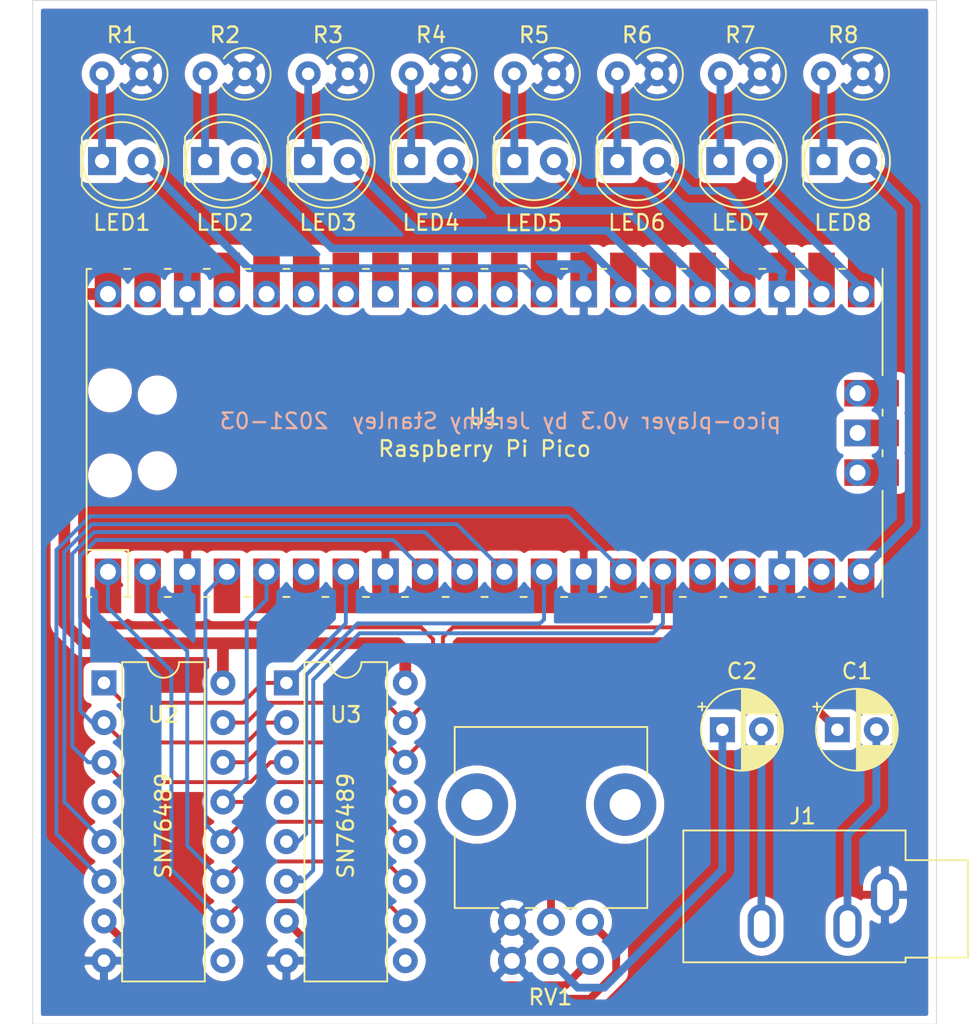
<source format=kicad_pcb>
(kicad_pcb (version 20171130) (host pcbnew "(5.1.9-0-10_14)")
  (layers (0 F.Cu signal) (31 B.Cu signal) (34 B.Paste user) (35 F.Paste user) (36 B.SilkS user) (37 F.SilkS user) (38 B.Mask user) (39 F.Mask user) (44 Edge.Cuts user))
  (net 0 "")
  (net 1 "Net-(C1-Pad1)")
  (net 2 "Net-(C1-Pad2)")
  (net 3 "Net-(C2-Pad2)")
  (net 4 "Net-(C2-Pad1)")
  (net 5 GND)
  (net 6 "Net-(U1-Pad17)")
  (net 7 "Net-(U1-Pad19)")
  (net 8 "Net-(U1-Pad30)")
  (net 9 "Net-(U1-Pad31)")
  (net 10 "Net-(U1-Pad32)")
  (net 11 "Net-(U1-Pad33)")
  (net 12 "Net-(U1-Pad34)")
  (net 13 "Net-(U1-Pad35)")
  (net 14 "Net-(U1-Pad36)")
  (net 15 "Net-(U1-Pad37)")
  (net 16 "Net-(U1-Pad39)")
  (net 17 VBUS)
  (net 18 "Net-(U1-Pad41)")
  (net 19 "Net-(U1-Pad42)")
  (net 20 "Net-(U1-Pad43)")
  (net 21 "Net-(U2-Pad9)")
  (net 22 "Net-(U2-Pad4)")
  (net 23 "Net-(U3-Pad4)")
  (net 24 "Net-(U3-Pad9)")
  (net 25 /led1)
  (net 26 "Net-(LED1-Pad1)")
  (net 27 "Net-(LED2-Pad1)")
  (net 28 /led2)
  (net 29 /led3)
  (net 30 "Net-(LED3-Pad1)")
  (net 31 "Net-(LED4-Pad1)")
  (net 32 /led4)
  (net 33 /led5)
  (net 34 "Net-(LED5-Pad1)")
  (net 35 "Net-(LED6-Pad1)")
  (net 36 /led6)
  (net 37 /led7)
  (net 38 "Net-(LED7-Pad1)")
  (net 39 "Net-(LED8-Pad1)")
  (net 40 /led8)
  (net 41 /d0)
  (net 42 /d1)
  (net 43 /d2)
  (net 44 /d3)
  (net 45 /d4)
  (net 46 /d5)
  (net 47 /d6)
  (net 48 /d7)
  (net 49 /we-1)
  (net 50 /we-2)
  (net 51 /oe-1)
  (net 52 /oe-2)
  (net 53 /clock)
  (net 54 "Net-(RV1-Pad4)")
  (net 55 "Net-(RV1-Pad1)")
  (module Connector_Audio:Jack_3.5mm_CUI_SJ1-3533NG_Horizontal (layer F.Cu) (at 162.814 122.7836 270)
    (fp_text reference J1 (at -5.0292 5.2832 180) (layer F.SilkS))
    (fp_text value AudioJack3)
    (pad R thru_hole oval (at 2 7.9 270) (size 2.8 1.8) (drill oval 2 1) (layers *.Cu *.Mask) (net 3 "Net-(C2-Pad2)"))
    (pad T thru_hole oval (at 2 2.4 270) (size 2.8 1.8) (drill oval 2 1) (layers *.Cu *.Mask) (net 2 "Net-(C1-Pad2)"))
    (pad S thru_hole oval (at 0 0 270) (size 2.8 1.8) (drill oval 2 1) (layers *.Cu *.Mask) (net 5 GND))
  )
  (module LED_THT:LED_D5.0mm_Clear (layer F.Cu) (at 112.649 75.819)
    (fp_text reference LED1 (at 1.27 3.937) (layer F.SilkS))
    (fp_text value LED)
    (pad 2 thru_hole circle (at 2.54 0) (size 1.8 1.8) (drill 0.9) (layers *.Cu *.Mask) (net 25 /led1))
    (pad 1 thru_hole rect (at 0 0) (size 1.8 1.8) (drill 0.9) (layers *.Cu *.Mask) (net 26 "Net-(LED1-Pad1)"))
  )
  (module RP:RPi_Pico_SMD_TH (layer F.Cu) (at 137.16 93.218 90)
    (fp_text reference U1 (at 1.016 0 180) (layer F.SilkS))
    (fp_text value Pico)
    (pad 1 thru_hole oval (at -8.89 -24.13 90) (size 1.7 1.7) (drill 1.02) (layers *.Cu *.Mask) (net 41 /d0))
    (pad 2 thru_hole oval (at -8.89 -21.59 90) (size 1.7 1.7) (drill 1.02) (layers *.Cu *.Mask) (net 42 /d1))
    (pad 3 thru_hole rect (at -8.89 -19.05 90) (size 1.7 1.7) (drill 1.02) (layers *.Cu *.Mask) (net 5 GND))
    (pad 4 thru_hole oval (at -8.89 -16.51 90) (size 1.7 1.7) (drill 1.02) (layers *.Cu *.Mask) (net 43 /d2))
    (pad 5 thru_hole oval (at -8.89 -13.97 90) (size 1.7 1.7) (drill 1.02) (layers *.Cu *.Mask) (net 44 /d3))
    (pad 6 thru_hole oval (at -8.89 -11.43 90) (size 1.7 1.7) (drill 1.02) (layers *.Cu *.Mask) (net 45 /d4))
    (pad 7 thru_hole oval (at -8.89 -8.89 90) (size 1.7 1.7) (drill 1.02) (layers *.Cu *.Mask) (net 46 /d5))
    (pad 8 thru_hole rect (at -8.89 -6.35 90) (size 1.7 1.7) (drill 1.02) (layers *.Cu *.Mask) (net 5 GND))
    (pad 9 thru_hole oval (at -8.89 -3.81 90) (size 1.7 1.7) (drill 1.02) (layers *.Cu *.Mask) (net 47 /d6))
    (pad 10 thru_hole oval (at -8.89 -1.27 90) (size 1.7 1.7) (drill 1.02) (layers *.Cu *.Mask) (net 48 /d7))
    (pad 11 thru_hole oval (at -8.89 1.27 90) (size 1.7 1.7) (drill 1.02) (layers *.Cu *.Mask) (net 49 /we-1))
    (pad 12 thru_hole oval (at -8.89 3.81 90) (size 1.7 1.7) (drill 1.02) (layers *.Cu *.Mask) (net 50 /we-2))
    (pad 13 thru_hole rect (at -8.89 6.35 90) (size 1.7 1.7) (drill 1.02) (layers *.Cu *.Mask) (net 5 GND))
    (pad 14 thru_hole oval (at -8.89 8.89 90) (size 1.7 1.7) (drill 1.02) (layers *.Cu *.Mask) (net 51 /oe-1))
    (pad 15 thru_hole oval (at -8.89 11.43 90) (size 1.7 1.7) (drill 1.02) (layers *.Cu *.Mask) (net 52 /oe-2))
    (pad 16 thru_hole oval (at -8.89 13.97 90) (size 1.7 1.7) (drill 1.02) (layers *.Cu *.Mask) (net 53 /clock))
    (pad 17 thru_hole oval (at -8.89 16.51 90) (size 1.7 1.7) (drill 1.02) (layers *.Cu *.Mask) (net 6 "Net-(U1-Pad17)"))
    (pad 18 thru_hole rect (at -8.89 19.05 90) (size 1.7 1.7) (drill 1.02) (layers *.Cu *.Mask) (net 5 GND))
    (pad 19 thru_hole oval (at -8.89 21.59 90) (size 1.7 1.7) (drill 1.02) (layers *.Cu *.Mask) (net 7 "Net-(U1-Pad19)"))
    (pad 20 thru_hole oval (at -8.89 24.13 90) (size 1.7 1.7) (drill 1.02) (layers *.Cu *.Mask) (net 40 /led8))
    (pad 21 thru_hole oval (at 8.89 24.13 90) (size 1.7 1.7) (drill 1.02) (layers *.Cu *.Mask) (net 37 /led7))
    (pad 22 thru_hole oval (at 8.89 21.59 90) (size 1.7 1.7) (drill 1.02) (layers *.Cu *.Mask) (net 36 /led6))
    (pad 23 thru_hole rect (at 8.89 19.05 90) (size 1.7 1.7) (drill 1.02) (layers *.Cu *.Mask) (net 5 GND))
    (pad 24 thru_hole oval (at 8.89 16.51 90) (size 1.7 1.7) (drill 1.02) (layers *.Cu *.Mask) (net 33 /led5))
    (pad 25 thru_hole oval (at 8.89 13.97 90) (size 1.7 1.7) (drill 1.02) (layers *.Cu *.Mask) (net 32 /led4))
    (pad 26 thru_hole oval (at 8.89 11.43 90) (size 1.7 1.7) (drill 1.02) (layers *.Cu *.Mask) (net 29 /led3))
    (pad 27 thru_hole oval (at 8.89 8.89 90) (size 1.7 1.7) (drill 1.02) (layers *.Cu *.Mask) (net 28 /led2))
    (pad 28 thru_hole rect (at 8.89 6.35 90) (size 1.7 1.7) (drill 1.02) (layers *.Cu *.Mask) (net 5 GND))
    (pad 29 thru_hole oval (at 8.89 3.81 90) (size 1.7 1.7) (drill 1.02) (layers *.Cu *.Mask) (net 25 /led1))
    (pad 30 thru_hole oval (at 8.89 1.27 90) (size 1.7 1.7) (drill 1.02) (layers *.Cu *.Mask) (net 8 "Net-(U1-Pad30)"))
    (pad 31 thru_hole oval (at 8.89 -1.27 90) (size 1.7 1.7) (drill 1.02) (layers *.Cu *.Mask) (net 9 "Net-(U1-Pad31)"))
    (pad 32 thru_hole oval (at 8.89 -3.81 90) (size 1.7 1.7) (drill 1.02) (layers *.Cu *.Mask) (net 10 "Net-(U1-Pad32)"))
    (pad 33 thru_hole rect (at 8.89 -6.35 90) (size 1.7 1.7) (drill 1.02) (layers *.Cu *.Mask) (net 11 "Net-(U1-Pad33)"))
    (pad 34 thru_hole oval (at 8.89 -8.89 90) (size 1.7 1.7) (drill 1.02) (layers *.Cu *.Mask) (net 12 "Net-(U1-Pad34)"))
    (pad 35 thru_hole oval (at 8.89 -11.43 90) (size 1.7 1.7) (drill 1.02) (layers *.Cu *.Mask) (net 13 "Net-(U1-Pad35)"))
    (pad 36 thru_hole oval (at 8.89 -13.97 90) (size 1.7 1.7) (drill 1.02) (layers *.Cu *.Mask) (net 14 "Net-(U1-Pad36)"))
    (pad 37 thru_hole oval (at 8.89 -16.51 90) (size 1.7 1.7) (drill 1.02) (layers *.Cu *.Mask) (net 15 "Net-(U1-Pad37)"))
    (pad 38 thru_hole rect (at 8.89 -19.05 90) (size 1.7 1.7) (drill 1.02) (layers *.Cu *.Mask) (net 5 GND))
    (pad 39 thru_hole oval (at 8.89 -21.59 90) (size 1.7 1.7) (drill 1.02) (layers *.Cu *.Mask) (net 16 "Net-(U1-Pad39)"))
    (pad 40 thru_hole oval (at 8.89 -24.13 90) (size 1.7 1.7) (drill 1.02) (layers *.Cu *.Mask) (net 17 VBUS))
    (pad 1 smd rect (at -8.89 -24.13 90) (size 3.5 1.7) (drill (offset -0.9 0)) (layers F.Cu F.Mask) (net 41 /d0))
    (pad 2 smd rect (at -8.89 -21.59 90) (size 3.5 1.7) (drill (offset -0.9 0)) (layers F.Cu F.Mask) (net 42 /d1))
    (pad 3 smd rect (at -8.89 -19.05 90) (size 3.5 1.7) (drill (offset -0.9 0)) (layers F.Cu F.Mask) (net 5 GND))
    (pad 4 smd rect (at -8.89 -16.51 90) (size 3.5 1.7) (drill (offset -0.9 0)) (layers F.Cu F.Mask) (net 43 /d2))
    (pad 5 smd rect (at -8.89 -13.97 90) (size 3.5 1.7) (drill (offset -0.9 0)) (layers F.Cu F.Mask) (net 44 /d3))
    (pad 6 smd rect (at -8.89 -11.43 90) (size 3.5 1.7) (drill (offset -0.9 0)) (layers F.Cu F.Mask) (net 45 /d4))
    (pad 7 smd rect (at -8.89 -8.89 90) (size 3.5 1.7) (drill (offset -0.9 0)) (layers F.Cu F.Mask) (net 46 /d5))
    (pad 8 smd rect (at -8.89 -6.35 90) (size 3.5 1.7) (drill (offset -0.9 0)) (layers F.Cu F.Mask) (net 5 GND))
    (pad 9 smd rect (at -8.89 -3.81 90) (size 3.5 1.7) (drill (offset -0.9 0)) (layers F.Cu F.Mask) (net 47 /d6))
    (pad 10 smd rect (at -8.89 -1.27 90) (size 3.5 1.7) (drill (offset -0.9 0)) (layers F.Cu F.Mask) (net 48 /d7))
    (pad 11 smd rect (at -8.89 1.27 90) (size 3.5 1.7) (drill (offset -0.9 0)) (layers F.Cu F.Mask) (net 49 /we-1))
    (pad 12 smd rect (at -8.89 3.81 90) (size 3.5 1.7) (drill (offset -0.9 0)) (layers F.Cu F.Mask) (net 50 /we-2))
    (pad 13 smd rect (at -8.89 6.35 90) (size 3.5 1.7) (drill (offset -0.9 0)) (layers F.Cu F.Mask) (net 5 GND))
    (pad 14 smd rect (at -8.89 8.89 90) (size 3.5 1.7) (drill (offset -0.9 0)) (layers F.Cu F.Mask) (net 51 /oe-1))
    (pad 15 smd rect (at -8.89 11.43 90) (size 3.5 1.7) (drill (offset -0.9 0)) (layers F.Cu F.Mask) (net 52 /oe-2))
    (pad 16 smd rect (at -8.89 13.97 90) (size 3.5 1.7) (drill (offset -0.9 0)) (layers F.Cu F.Mask) (net 53 /clock))
    (pad 17 smd rect (at -8.89 16.51 90) (size 3.5 1.7) (drill (offset -0.9 0)) (layers F.Cu F.Mask) (net 6 "Net-(U1-Pad17)"))
    (pad 18 smd rect (at -8.89 19.05 90) (size 3.5 1.7) (drill (offset -0.9 0)) (layers F.Cu F.Mask) (net 5 GND))
    (pad 19 smd rect (at -8.89 21.59 90) (size 3.5 1.7) (drill (offset -0.9 0)) (layers F.Cu F.Mask) (net 7 "Net-(U1-Pad19)"))
    (pad 20 smd rect (at -8.89 24.13 90) (size 3.5 1.7) (drill (offset -0.9 0)) (layers F.Cu F.Mask) (net 40 /led8))
    (pad 40 smd rect (at 8.89 -24.13 90) (size 3.5 1.7) (drill (offset 0.9 0)) (layers F.Cu F.Mask) (net 17 VBUS))
    (pad 39 smd rect (at 8.89 -21.59 90) (size 3.5 1.7) (drill (offset 0.9 0)) (layers F.Cu F.Mask) (net 16 "Net-(U1-Pad39)"))
    (pad 38 smd rect (at 8.89 -19.05 90) (size 3.5 1.7) (drill (offset 0.9 0)) (layers F.Cu F.Mask) (net 5 GND))
    (pad 37 smd rect (at 8.89 -16.51 90) (size 3.5 1.7) (drill (offset 0.9 0)) (layers F.Cu F.Mask) (net 15 "Net-(U1-Pad37)"))
    (pad 36 smd rect (at 8.89 -13.97 90) (size 3.5 1.7) (drill (offset 0.9 0)) (layers F.Cu F.Mask) (net 14 "Net-(U1-Pad36)"))
    (pad 35 smd rect (at 8.89 -11.43 90) (size 3.5 1.7) (drill (offset 0.9 0)) (layers F.Cu F.Mask) (net 13 "Net-(U1-Pad35)"))
    (pad 34 smd rect (at 8.89 -8.89 90) (size 3.5 1.7) (drill (offset 0.9 0)) (layers F.Cu F.Mask) (net 12 "Net-(U1-Pad34)"))
    (pad 33 smd rect (at 8.89 -6.35 90) (size 3.5 1.7) (drill (offset 0.9 0)) (layers F.Cu F.Mask) (net 11 "Net-(U1-Pad33)"))
    (pad 32 smd rect (at 8.89 -3.81 90) (size 3.5 1.7) (drill (offset 0.9 0)) (layers F.Cu F.Mask) (net 10 "Net-(U1-Pad32)"))
    (pad 31 smd rect (at 8.89 -1.27 90) (size 3.5 1.7) (drill (offset 0.9 0)) (layers F.Cu F.Mask) (net 9 "Net-(U1-Pad31)"))
    (pad 30 smd rect (at 8.89 1.27 90) (size 3.5 1.7) (drill (offset 0.9 0)) (layers F.Cu F.Mask) (net 8 "Net-(U1-Pad30)"))
    (pad 29 smd rect (at 8.89 3.81 90) (size 3.5 1.7) (drill (offset 0.9 0)) (layers F.Cu F.Mask) (net 25 /led1))
    (pad 28 smd rect (at 8.89 6.35 90) (size 3.5 1.7) (drill (offset 0.9 0)) (layers F.Cu F.Mask) (net 5 GND))
    (pad 27 smd rect (at 8.89 8.89 90) (size 3.5 1.7) (drill (offset 0.9 0)) (layers F.Cu F.Mask) (net 28 /led2))
    (pad 26 smd rect (at 8.89 11.43 90) (size 3.5 1.7) (drill (offset 0.9 0)) (layers F.Cu F.Mask) (net 29 /led3))
    (pad 25 smd rect (at 8.89 13.97 90) (size 3.5 1.7) (drill (offset 0.9 0)) (layers F.Cu F.Mask) (net 32 /led4))
    (pad 24 smd rect (at 8.89 16.51 90) (size 3.5 1.7) (drill (offset 0.9 0)) (layers F.Cu F.Mask) (net 33 /led5))
    (pad 23 smd rect (at 8.89 19.05 90) (size 3.5 1.7) (drill (offset 0.9 0)) (layers F.Cu F.Mask) (net 5 GND))
    (pad 22 smd rect (at 8.89 21.59 90) (size 3.5 1.7) (drill (offset 0.9 0)) (layers F.Cu F.Mask) (net 36 /led6))
    (pad 21 smd rect (at 8.89 24.13 90) (size 3.5 1.7) (drill (offset 0.9 0)) (layers F.Cu F.Mask) (net 37 /led7))
    (pad "" np_thru_hole oval (at -2.725 -24 90) (size 1.8 1.8) (drill 1.8) (layers *.Cu *.Mask))
    (pad "" np_thru_hole oval (at 2.725 -24 90) (size 1.8 1.8) (drill 1.8) (layers *.Cu *.Mask))
    (pad "" np_thru_hole oval (at -2.425 -20.97 90) (size 1.5 1.5) (drill 1.5) (layers *.Cu *.Mask))
    (pad "" np_thru_hole oval (at 2.425 -20.97 90) (size 1.5 1.5) (drill 1.5) (layers *.Cu *.Mask))
    (pad 41 smd rect (at -2.54 23.9 180) (size 3.5 1.7) (drill (offset -0.9 0)) (layers F.Cu F.Mask) (net 18 "Net-(U1-Pad41)"))
    (pad 41 thru_hole oval (at -2.54 23.9 90) (size 1.7 1.7) (drill 1.02) (layers *.Cu *.Mask) (net 18 "Net-(U1-Pad41)"))
    (pad 42 smd rect (at 0 23.9 180) (size 3.5 1.7) (drill (offset -0.9 0)) (layers F.Cu F.Mask) (net 19 "Net-(U1-Pad42)"))
    (pad 42 thru_hole rect (at 0 23.9 90) (size 1.7 1.7) (drill 1.02) (layers *.Cu *.Mask) (net 19 "Net-(U1-Pad42)"))
    (pad 43 smd rect (at 2.54 23.9 180) (size 3.5 1.7) (drill (offset -0.9 0)) (layers F.Cu F.Mask) (net 20 "Net-(U1-Pad43)"))
    (pad 43 thru_hole oval (at 2.54 23.9 90) (size 1.7 1.7) (drill 1.02) (layers *.Cu *.Mask) (net 20 "Net-(U1-Pad43)"))
  )
  (module LED_THT:LED_D5.0mm_Clear (layer F.Cu) (at 145.669 75.819)
    (fp_text reference LED6 (at 1.2446 3.937) (layer F.SilkS))
    (fp_text value LED)
    (pad 1 thru_hole rect (at 0 0) (size 1.8 1.8) (drill 0.9) (layers *.Cu *.Mask) (net 35 "Net-(LED6-Pad1)"))
    (pad 2 thru_hole circle (at 2.54 0) (size 1.8 1.8) (drill 0.9) (layers *.Cu *.Mask) (net 36 /led6))
  )
  (module Package_DIP:DIP-16_W7.62mm (layer F.Cu) (at 124.46 109.22)
    (fp_text reference U3 (at 3.81 2.032) (layer F.SilkS))
    (fp_text value SN76489)
    (pad 16 thru_hole oval (at 7.62 0) (size 1.6 1.6) (drill 0.8) (layers *.Cu *.Mask) (net 17 VBUS))
    (pad 8 thru_hole oval (at 0 17.78) (size 1.6 1.6) (drill 0.8) (layers *.Cu *.Mask) (net 5 GND))
    (pad 15 thru_hole oval (at 7.62 2.54) (size 1.6 1.6) (drill 0.8) (layers *.Cu *.Mask) (net 45 /d4))
    (pad 7 thru_hole oval (at 0 15.24) (size 1.6 1.6) (drill 0.8) (layers *.Cu *.Mask) (net 54 "Net-(RV1-Pad4)"))
    (pad 14 thru_hole oval (at 7.62 5.08) (size 1.6 1.6) (drill 0.8) (layers *.Cu *.Mask) (net 53 /clock))
    (pad 6 thru_hole oval (at 0 12.7) (size 1.6 1.6) (drill 0.8) (layers *.Cu *.Mask) (net 52 /oe-2))
    (pad 13 thru_hole oval (at 7.62 7.62) (size 1.6 1.6) (drill 0.8) (layers *.Cu *.Mask) (net 44 /d3))
    (pad 5 thru_hole oval (at 0 10.16) (size 1.6 1.6) (drill 0.8) (layers *.Cu *.Mask) (net 50 /we-2))
    (pad 12 thru_hole oval (at 7.62 10.16) (size 1.6 1.6) (drill 0.8) (layers *.Cu *.Mask) (net 43 /d2))
    (pad 4 thru_hole oval (at 0 7.62) (size 1.6 1.6) (drill 0.8) (layers *.Cu *.Mask) (net 23 "Net-(U3-Pad4)"))
    (pad 11 thru_hole oval (at 7.62 12.7) (size 1.6 1.6) (drill 0.8) (layers *.Cu *.Mask) (net 42 /d1))
    (pad 3 thru_hole oval (at 0 5.08) (size 1.6 1.6) (drill 0.8) (layers *.Cu *.Mask) (net 48 /d7))
    (pad 10 thru_hole oval (at 7.62 15.24) (size 1.6 1.6) (drill 0.8) (layers *.Cu *.Mask) (net 41 /d0))
    (pad 2 thru_hole oval (at 0 2.54) (size 1.6 1.6) (drill 0.8) (layers *.Cu *.Mask) (net 47 /d6))
    (pad 9 thru_hole oval (at 7.62 17.78) (size 1.6 1.6) (drill 0.8) (layers *.Cu *.Mask) (net 24 "Net-(U3-Pad9)"))
    (pad 1 thru_hole rect (at 0 0) (size 1.6 1.6) (drill 0.8) (layers *.Cu *.Mask) (net 46 /d5))
  )
  (module Capacitor_THT:CP_Radial_D5.0mm_P2.50mm (layer F.Cu) (at 152.4 112.2172)
    (fp_text reference C2 (at 1.25 -3.75) (layer F.SilkS))
    (fp_text value CP)
    (pad 2 thru_hole circle (at 2.5 0) (size 1.6 1.6) (drill 0.8) (layers *.Cu *.Mask) (net 3 "Net-(C2-Pad2)"))
    (pad 1 thru_hole rect (at 0 0) (size 1.6 1.6) (drill 0.8) (layers *.Cu *.Mask) (net 4 "Net-(C2-Pad1)"))
  )
  (module Potentiometer_THT:Potentiometer_Alps_RK09L_Double_Vertical (layer F.Cu) (at 143.9164 124.5108 90)
    (fp_text reference RV1 (at -4.826 -2.54 180) (layer F.SilkS))
    (fp_text value R_POT_Dual)
    (pad "" np_thru_hole circle (at 7.5 2.25 90) (size 4 4) (drill 2) (layers *.Cu *.Mask))
    (pad "" np_thru_hole circle (at 7.5 -7.25 90) (size 4 4) (drill 2) (layers *.Cu *.Mask))
    (pad 4 thru_hole circle (at -2.5 0 90) (size 1.8 1.8) (drill 1) (layers *.Cu *.Mask) (net 54 "Net-(RV1-Pad4)"))
    (pad 5 thru_hole circle (at -2.5 -2.5 90) (size 1.8 1.8) (drill 1) (layers *.Cu *.Mask) (net 4 "Net-(C2-Pad1)"))
    (pad 6 thru_hole circle (at -2.5 -5 90) (size 1.8 1.8) (drill 1) (layers *.Cu *.Mask) (net 5 GND))
    (pad 1 thru_hole circle (at 0 0 90) (size 1.8 1.8) (drill 1) (layers *.Cu *.Mask) (net 55 "Net-(RV1-Pad1)"))
    (pad 2 thru_hole circle (at 0 -2.5 90) (size 1.8 1.8) (drill 1) (layers *.Cu *.Mask) (net 1 "Net-(C1-Pad1)"))
    (pad 3 thru_hole circle (at 0 -5 90) (size 1.8 1.8) (drill 1) (layers *.Cu *.Mask) (net 5 GND))
  )
  (module Capacitor_THT:CP_Radial_D5.0mm_P2.50mm (layer F.Cu) (at 159.766 112.2172)
    (fp_text reference C1 (at 1.25 -3.75) (layer F.SilkS))
    (fp_text value CP)
    (pad 2 thru_hole circle (at 2.5 0) (size 1.6 1.6) (drill 0.8) (layers *.Cu *.Mask) (net 2 "Net-(C1-Pad2)"))
    (pad 1 thru_hole rect (at 0 0) (size 1.6 1.6) (drill 0.8) (layers *.Cu *.Mask) (net 1 "Net-(C1-Pad1)"))
  )
  (module LED_THT:LED_D5.0mm_Clear (layer F.Cu) (at 119.253 75.819)
    (fp_text reference LED2 (at 1.27 3.937) (layer F.SilkS))
    (fp_text value LED)
    (pad 1 thru_hole rect (at 0 0) (size 1.8 1.8) (drill 0.9) (layers *.Cu *.Mask) (net 27 "Net-(LED2-Pad1)"))
    (pad 2 thru_hole circle (at 2.54 0) (size 1.8 1.8) (drill 0.9) (layers *.Cu *.Mask) (net 28 /led2))
  )
  (module LED_THT:LED_D5.0mm_Clear (layer F.Cu) (at 125.857 75.819)
    (fp_text reference LED3 (at 1.27 3.937) (layer F.SilkS))
    (fp_text value LED)
    (pad 2 thru_hole circle (at 2.54 0) (size 1.8 1.8) (drill 0.9) (layers *.Cu *.Mask) (net 29 /led3))
    (pad 1 thru_hole rect (at 0 0) (size 1.8 1.8) (drill 0.9) (layers *.Cu *.Mask) (net 30 "Net-(LED3-Pad1)"))
  )
  (module LED_THT:LED_D5.0mm_Clear (layer F.Cu) (at 132.461 75.819)
    (fp_text reference LED4 (at 1.27 3.937) (layer F.SilkS))
    (fp_text value LED)
    (pad 1 thru_hole rect (at 0 0) (size 1.8 1.8) (drill 0.9) (layers *.Cu *.Mask) (net 31 "Net-(LED4-Pad1)"))
    (pad 2 thru_hole circle (at 2.54 0) (size 1.8 1.8) (drill 0.9) (layers *.Cu *.Mask) (net 32 /led4))
  )
  (module LED_THT:LED_D5.0mm_Clear (layer F.Cu) (at 139.065 75.819)
    (fp_text reference LED5 (at 1.2446 3.9624) (layer F.SilkS))
    (fp_text value LED)
    (pad 2 thru_hole circle (at 2.54 0) (size 1.8 1.8) (drill 0.9) (layers *.Cu *.Mask) (net 33 /led5))
    (pad 1 thru_hole rect (at 0 0) (size 1.8 1.8) (drill 0.9) (layers *.Cu *.Mask) (net 34 "Net-(LED5-Pad1)"))
  )
  (module LED_THT:LED_D5.0mm_Clear (layer F.Cu) (at 152.273 75.819)
    (fp_text reference LED7 (at 1.27 3.937) (layer F.SilkS))
    (fp_text value LED)
    (pad 2 thru_hole circle (at 2.54 0) (size 1.8 1.8) (drill 0.9) (layers *.Cu *.Mask) (net 37 /led7))
    (pad 1 thru_hole rect (at 0 0) (size 1.8 1.8) (drill 0.9) (layers *.Cu *.Mask) (net 38 "Net-(LED7-Pad1)"))
  )
  (module LED_THT:LED_D5.0mm_Clear (layer F.Cu) (at 158.877 75.819)
    (fp_text reference LED8 (at 1.2446 3.937) (layer F.SilkS))
    (fp_text value LED)
    (pad 1 thru_hole rect (at 0 0) (size 1.8 1.8) (drill 0.9) (layers *.Cu *.Mask) (net 39 "Net-(LED8-Pad1)"))
    (pad 2 thru_hole circle (at 2.54 0) (size 1.8 1.8) (drill 0.9) (layers *.Cu *.Mask) (net 40 /led8))
  )
  (module Resistor_THT:R_Axial_DIN0309_L9.0mm_D3.2mm_P2.54mm_Vertical (layer F.Cu) (at 115.189 70.231 180)
    (fp_text reference R1 (at 1.27 2.487) (layer F.SilkS))
    (fp_text value R)
    (pad 1 thru_hole circle (at 0 0 180) (size 1.6 1.6) (drill 0.8) (layers *.Cu *.Mask) (net 5 GND))
    (pad 2 thru_hole oval (at 2.54 0 180) (size 1.6 1.6) (drill 0.8) (layers *.Cu *.Mask) (net 26 "Net-(LED1-Pad1)"))
  )
  (module Resistor_THT:R_Axial_DIN0309_L9.0mm_D3.2mm_P2.54mm_Vertical (layer F.Cu) (at 121.793 70.231 180)
    (fp_text reference R2 (at 1.27 2.487) (layer F.SilkS))
    (fp_text value R)
    (pad 2 thru_hole oval (at 2.54 0 180) (size 1.6 1.6) (drill 0.8) (layers *.Cu *.Mask) (net 27 "Net-(LED2-Pad1)"))
    (pad 1 thru_hole circle (at 0 0 180) (size 1.6 1.6) (drill 0.8) (layers *.Cu *.Mask) (net 5 GND))
  )
  (module Resistor_THT:R_Axial_DIN0309_L9.0mm_D3.2mm_P2.54mm_Vertical (layer F.Cu) (at 128.397 70.231 180)
    (fp_text reference R3 (at 1.27 2.487) (layer F.SilkS))
    (fp_text value R)
    (pad 1 thru_hole circle (at 0 0 180) (size 1.6 1.6) (drill 0.8) (layers *.Cu *.Mask) (net 5 GND))
    (pad 2 thru_hole oval (at 2.54 0 180) (size 1.6 1.6) (drill 0.8) (layers *.Cu *.Mask) (net 30 "Net-(LED3-Pad1)"))
  )
  (module Resistor_THT:R_Axial_DIN0309_L9.0mm_D3.2mm_P2.54mm_Vertical (layer F.Cu) (at 135.001 70.231 180)
    (fp_text reference R4 (at 1.27 2.487) (layer F.SilkS))
    (fp_text value R)
    (pad 2 thru_hole oval (at 2.54 0 180) (size 1.6 1.6) (drill 0.8) (layers *.Cu *.Mask) (net 31 "Net-(LED4-Pad1)"))
    (pad 1 thru_hole circle (at 0 0 180) (size 1.6 1.6) (drill 0.8) (layers *.Cu *.Mask) (net 5 GND))
  )
  (module Resistor_THT:R_Axial_DIN0309_L9.0mm_D3.2mm_P2.54mm_Vertical (layer F.Cu) (at 141.605 70.231 180)
    (fp_text reference R5 (at 1.27 2.487) (layer F.SilkS))
    (fp_text value R)
    (pad 1 thru_hole circle (at 0 0 180) (size 1.6 1.6) (drill 0.8) (layers *.Cu *.Mask) (net 5 GND))
    (pad 2 thru_hole oval (at 2.54 0 180) (size 1.6 1.6) (drill 0.8) (layers *.Cu *.Mask) (net 34 "Net-(LED5-Pad1)"))
  )
  (module Resistor_THT:R_Axial_DIN0309_L9.0mm_D3.2mm_P2.54mm_Vertical (layer F.Cu) (at 148.209 70.231 180)
    (fp_text reference R6 (at 1.27 2.487) (layer F.SilkS))
    (fp_text value R)
    (pad 2 thru_hole oval (at 2.54 0 180) (size 1.6 1.6) (drill 0.8) (layers *.Cu *.Mask) (net 35 "Net-(LED6-Pad1)"))
    (pad 1 thru_hole circle (at 0 0 180) (size 1.6 1.6) (drill 0.8) (layers *.Cu *.Mask) (net 5 GND))
  )
  (module Resistor_THT:R_Axial_DIN0309_L9.0mm_D3.2mm_P2.54mm_Vertical (layer F.Cu) (at 154.813 70.231 180)
    (fp_text reference R7 (at 1.27 2.487) (layer F.SilkS))
    (fp_text value R)
    (pad 1 thru_hole circle (at 0 0 180) (size 1.6 1.6) (drill 0.8) (layers *.Cu *.Mask) (net 5 GND))
    (pad 2 thru_hole oval (at 2.54 0 180) (size 1.6 1.6) (drill 0.8) (layers *.Cu *.Mask) (net 38 "Net-(LED7-Pad1)"))
  )
  (module Resistor_THT:R_Axial_DIN0309_L9.0mm_D3.2mm_P2.54mm_Vertical (layer F.Cu) (at 161.417 70.231 180)
    (fp_text reference R8 (at 1.27 2.487) (layer F.SilkS))
    (fp_text value R)
    (pad 2 thru_hole oval (at 2.54 0 180) (size 1.6 1.6) (drill 0.8) (layers *.Cu *.Mask) (net 39 "Net-(LED8-Pad1)"))
    (pad 1 thru_hole circle (at 0 0 180) (size 1.6 1.6) (drill 0.8) (layers *.Cu *.Mask) (net 5 GND))
  )
  (module Package_DIP:DIP-16_W7.62mm (layer F.Cu) (at 112.776 109.22)
    (fp_text reference U2 (at 3.81 2.032) (layer F.SilkS))
    (fp_text value SN76489)
    (pad 1 thru_hole rect (at 0 0) (size 1.6 1.6) (drill 0.8) (layers *.Cu *.Mask) (net 46 /d5))
    (pad 9 thru_hole oval (at 7.62 17.78) (size 1.6 1.6) (drill 0.8) (layers *.Cu *.Mask) (net 21 "Net-(U2-Pad9)"))
    (pad 2 thru_hole oval (at 0 2.54) (size 1.6 1.6) (drill 0.8) (layers *.Cu *.Mask) (net 47 /d6))
    (pad 10 thru_hole oval (at 7.62 15.24) (size 1.6 1.6) (drill 0.8) (layers *.Cu *.Mask) (net 41 /d0))
    (pad 3 thru_hole oval (at 0 5.08) (size 1.6 1.6) (drill 0.8) (layers *.Cu *.Mask) (net 48 /d7))
    (pad 11 thru_hole oval (at 7.62 12.7) (size 1.6 1.6) (drill 0.8) (layers *.Cu *.Mask) (net 42 /d1))
    (pad 4 thru_hole oval (at 0 7.62) (size 1.6 1.6) (drill 0.8) (layers *.Cu *.Mask) (net 22 "Net-(U2-Pad4)"))
    (pad 12 thru_hole oval (at 7.62 10.16) (size 1.6 1.6) (drill 0.8) (layers *.Cu *.Mask) (net 43 /d2))
    (pad 5 thru_hole oval (at 0 10.16) (size 1.6 1.6) (drill 0.8) (layers *.Cu *.Mask) (net 49 /we-1))
    (pad 13 thru_hole oval (at 7.62 7.62) (size 1.6 1.6) (drill 0.8) (layers *.Cu *.Mask) (net 44 /d3))
    (pad 6 thru_hole oval (at 0 12.7) (size 1.6 1.6) (drill 0.8) (layers *.Cu *.Mask) (net 51 /oe-1))
    (pad 14 thru_hole oval (at 7.62 5.08) (size 1.6 1.6) (drill 0.8) (layers *.Cu *.Mask) (net 53 /clock))
    (pad 7 thru_hole oval (at 0 15.24) (size 1.6 1.6) (drill 0.8) (layers *.Cu *.Mask) (net 55 "Net-(RV1-Pad1)"))
    (pad 15 thru_hole oval (at 7.62 2.54) (size 1.6 1.6) (drill 0.8) (layers *.Cu *.Mask) (net 45 /d4))
    (pad 8 thru_hole oval (at 0 17.78) (size 1.6 1.6) (drill 0.8) (layers *.Cu *.Mask) (net 5 GND))
    (pad 16 thru_hole oval (at 7.62 0) (size 1.6 1.6) (drill 0.8) (layers *.Cu *.Mask) (net 17 VBUS))
  )
  (gr_line (start 166.116 65.532) (end 108.204 65.532) (layer Edge.Cuts) (width 0.05))
  (gr_line (start 166.116 131.064) (end 166.116 65.532) (layer Edge.Cuts) (width 0.05))
  (gr_line (start 108.204 131.064) (end 166.116 131.064) (layer Edge.Cuts) (width 0.05))
  (gr_line (start 108.204 65.532) (end 108.204 131.064) (layer Edge.Cuts) (width 0.05))
  (gr_text SN76489 (at 128.27 118.364 90) (layer F.SilkS) (effects (font (size 1 1))))
  (gr_text SN76489 (at 116.586 118.364 90) (layer F.SilkS) (effects (font (size 1 1))))
  (gr_text "Raspberry Pi Pico" (at 137.16 94.234) (layer F.SilkS) (effects (font (size 1 1))))
  (gr_text "pico-player v0.3 by Jeremy Stanley  2021-03" (at 138.176 92.456) (layer B.SilkS) (effects (font (size 1 1)) (justify mirror)))
  (segment (start 156.718 109.1692) (end 159.766 112.2172) (width 0.5) (layer F.Cu) (net 1))
  (segment (start 149.6568 109.1692) (end 156.718 109.1692) (width 0.5) (layer F.Cu) (net 1))
  (segment (start 141.4164 117.4096) (end 149.6568 109.1692) (width 0.5) (layer F.Cu) (net 1))
  (segment (start 141.4164 124.5108) (end 141.4164 117.4096) (width 0.5) (layer F.Cu) (net 1))
  (segment (start 162.266 117.0832) (end 160.414 118.9352) (width 0.5) (layer B.Cu) (net 2))
  (segment (start 160.414 118.9352) (end 160.414 124.7836) (width 0.5) (layer B.Cu) (net 2))
  (segment (start 162.266 112.2172) (end 162.266 117.0832) (width 0.5) (layer B.Cu) (net 2))
  (segment (start 154.9 124.7696) (end 154.914 124.7836) (width 0.5) (layer B.Cu) (net 3))
  (segment (start 154.9 112.2172) (end 154.9 124.7696) (width 0.5) (layer B.Cu) (net 3))
  (segment (start 144.8308 128.7272) (end 152.4 121.158) (width 0.5) (layer B.Cu) (net 4))
  (segment (start 143.1328 128.7272) (end 144.8308 128.7272) (width 0.5) (layer B.Cu) (net 4))
  (segment (start 152.4 121.158) (end 152.4 112.2172) (width 0.5) (layer B.Cu) (net 4))
  (segment (start 141.4164 127.0108) (end 143.1328 128.7272) (width 0.5) (layer B.Cu) (net 4))
  (segment (start 120.396 106.934) (end 120.65 106.68) (width 0.75) (layer F.Cu) (net 17))
  (segment (start 120.396 109.22) (end 120.396 106.934) (width 0.75) (layer F.Cu) (net 17))
  (segment (start 132.08 107.188) (end 132.08 109.22) (width 0.75) (layer F.Cu) (net 17))
  (segment (start 131.572 106.68) (end 132.08 107.188) (width 0.75) (layer F.Cu) (net 17))
  (segment (start 120.65 106.68) (end 131.572 106.68) (width 0.75) (layer F.Cu) (net 17))
  (segment (start 110.236 105.41) (end 110.236 85.598) (width 0.75) (layer F.Cu) (net 17))
  (segment (start 110.236 85.598) (end 111.506 84.328) (width 0.75) (layer F.Cu) (net 17))
  (segment (start 111.506 106.68) (end 110.236 105.41) (width 0.75) (layer F.Cu) (net 17))
  (segment (start 111.506 84.328) (end 113.03 84.328) (width 0.75) (layer F.Cu) (net 17))
  (segment (start 120.65 106.68) (end 111.506 106.68) (width 0.75) (layer F.Cu) (net 17))
  (segment (start 122.047 82.677) (end 116.088999 76.718999) (width 0.5) (layer B.Cu) (net 25))
  (segment (start 139.7 82.677) (end 122.047 82.677) (width 0.5) (layer B.Cu) (net 25))
  (segment (start 116.088999 76.718999) (end 115.189 75.819) (width 0.5) (layer B.Cu) (net 25))
  (segment (start 140.97 83.947) (end 139.7 82.677) (width 0.5) (layer B.Cu) (net 25))
  (segment (start 140.97 84.328) (end 140.97 83.947) (width 0.5) (layer B.Cu) (net 25))
  (segment (start 112.649 70.231) (end 112.649 75.819) (width 0.5) (layer B.Cu) (net 26))
  (segment (start 119.253 70.231) (end 119.253 75.819) (width 0.5) (layer B.Cu) (net 27))
  (segment (start 127.381 81.407) (end 123.698 77.724) (width 0.5) (layer B.Cu) (net 28))
  (segment (start 143.764 81.407) (end 127.381 81.407) (width 0.5) (layer B.Cu) (net 28))
  (segment (start 123.698 77.724) (end 121.793 75.819) (width 0.5) (layer B.Cu) (net 28))
  (segment (start 146.05 83.693) (end 143.764 81.407) (width 0.5) (layer B.Cu) (net 28))
  (segment (start 146.05 84.328) (end 146.05 83.693) (width 0.5) (layer B.Cu) (net 28))
  (segment (start 145.034 80.264) (end 132.842 80.264) (width 0.5) (layer B.Cu) (net 29))
  (segment (start 148.59 83.82) (end 145.034 80.264) (width 0.5) (layer B.Cu) (net 29))
  (segment (start 132.842 80.264) (end 128.397 75.819) (width 0.5) (layer B.Cu) (net 29))
  (segment (start 148.59 84.328) (end 148.59 83.82) (width 0.5) (layer B.Cu) (net 29))
  (segment (start 125.857 70.231) (end 125.857 75.819) (width 0.5) (layer B.Cu) (net 30))
  (segment (start 132.461 70.231) (end 132.461 75.819) (width 0.5) (layer B.Cu) (net 31))
  (segment (start 151.13 84.328) (end 151.13 82.557998) (width 0.5) (layer F.Cu) (net 32))
  (segment (start 135.001 75.946) (end 135.001 75.819) (width 0.5) (layer B.Cu) (net 32))
  (segment (start 138.049 78.994) (end 135.001 75.946) (width 0.5) (layer B.Cu) (net 32))
  (segment (start 146.304 78.994) (end 138.049 78.994) (width 0.5) (layer B.Cu) (net 32))
  (segment (start 151.13 83.82) (end 146.304 78.994) (width 0.5) (layer B.Cu) (net 32))
  (segment (start 151.13 84.328) (end 151.13 83.82) (width 0.5) (layer B.Cu) (net 32))
  (segment (start 153.67 84.328) (end 153.67 82.557998) (width 0.5) (layer F.Cu) (net 33))
  (segment (start 141.605 75.946) (end 141.605 75.819) (width 0.5) (layer B.Cu) (net 33))
  (segment (start 143.383 77.724) (end 141.605 75.946) (width 0.5) (layer B.Cu) (net 33))
  (segment (start 147.447 77.724) (end 143.383 77.724) (width 0.5) (layer B.Cu) (net 33))
  (segment (start 153.67 83.947) (end 147.447 77.724) (width 0.5) (layer B.Cu) (net 33))
  (segment (start 153.67 84.328) (end 153.67 83.947) (width 0.5) (layer B.Cu) (net 33))
  (segment (start 139.065 70.231) (end 139.065 75.819) (width 0.5) (layer B.Cu) (net 34))
  (segment (start 145.669 70.231) (end 145.669 75.819) (width 0.5) (layer B.Cu) (net 35))
  (segment (start 158.75 82.557998) (end 158.75 84.328) (width 0.5) (layer F.Cu) (net 36))
  (segment (start 158.75 82.042) (end 158.75 84.328) (width 0.5) (layer F.Cu) (net 36))
  (segment (start 148.463 75.819) (end 148.209 75.819) (width 0.5) (layer B.Cu) (net 36))
  (segment (start 150.368 77.724) (end 148.463 75.819) (width 0.5) (layer B.Cu) (net 36))
  (segment (start 152.527 77.724) (end 150.368 77.724) (width 0.5) (layer B.Cu) (net 36))
  (segment (start 158.75 83.947) (end 152.527 77.724) (width 0.5) (layer B.Cu) (net 36))
  (segment (start 158.75 84.328) (end 158.75 83.947) (width 0.5) (layer B.Cu) (net 36))
  (segment (start 161.29 84.328) (end 161.29 82.296) (width 0.5) (layer F.Cu) (net 37))
  (segment (start 154.813 77.47) (end 154.813 75.819) (width 0.5) (layer B.Cu) (net 37))
  (segment (start 161.29 83.947) (end 154.813 77.47) (width 0.5) (layer B.Cu) (net 37))
  (segment (start 161.29 84.328) (end 161.29 83.947) (width 0.5) (layer B.Cu) (net 37))
  (segment (start 152.273 70.231) (end 152.273 75.819) (width 0.5) (layer B.Cu) (net 38))
  (segment (start 158.877 75.819) (end 158.877 70.231) (width 0.5) (layer B.Cu) (net 39))
  (segment (start 164.338 99.06) (end 161.29 102.108) (width 0.5) (layer B.Cu) (net 40))
  (segment (start 164.338 78.74) (end 164.338 99.06) (width 0.5) (layer B.Cu) (net 40))
  (segment (start 161.417 75.819) (end 164.338 78.74) (width 0.5) (layer B.Cu) (net 40))
  (segment (start 113.03 102.108) (end 113.03 103.653002) (width 0.25) (layer F.Cu) (net 41))
  (segment (start 113.879999 102.957999) (end 113.03 102.108) (width 0.25) (layer F.Cu) (net 41))
  (segment (start 113.03 102.108) (end 113.03 104.394) (width 0.25) (layer B.Cu) (net 41))
  (segment (start 113.03 104.394) (end 117.094 108.458) (width 0.25) (layer B.Cu) (net 41))
  (segment (start 117.094 121.158) (end 120.396 124.46) (width 0.25) (layer B.Cu) (net 41))
  (segment (start 117.094 108.458) (end 117.094 121.158) (width 0.25) (layer B.Cu) (net 41))
  (segment (start 120.396 124.46) (end 121.666 123.19) (width 0.25) (layer F.Cu) (net 41))
  (segment (start 130.81 123.19) (end 132.08 124.46) (width 0.25) (layer F.Cu) (net 41))
  (segment (start 121.666 123.19) (end 130.81 123.19) (width 0.25) (layer F.Cu) (net 41))
  (segment (start 115.57 102.108) (end 115.57 104.14) (width 0.25) (layer F.Cu) (net 42))
  (segment (start 115.57 102.108) (end 115.57 104.648) (width 0.25) (layer F.Cu) (net 42))
  (segment (start 115.57 102.108) (end 115.57 104.648) (width 0.25) (layer B.Cu) (net 42))
  (segment (start 115.57 104.648) (end 118.11 107.188) (width 0.25) (layer B.Cu) (net 42))
  (segment (start 118.11 119.634) (end 120.396 121.92) (width 0.25) (layer B.Cu) (net 42))
  (segment (start 118.11 107.188) (end 118.11 119.634) (width 0.25) (layer B.Cu) (net 42))
  (segment (start 120.396 121.92) (end 121.666 120.65) (width 0.25) (layer F.Cu) (net 42))
  (segment (start 130.81 120.65) (end 132.08 121.92) (width 0.25) (layer F.Cu) (net 42))
  (segment (start 121.666 120.65) (end 130.81 120.65) (width 0.25) (layer F.Cu) (net 42))
  (segment (start 120.65 102.108) (end 120.65 103.653002) (width 0.25) (layer F.Cu) (net 43))
  (segment (start 120.65 102.108) (end 120.65 104.394) (width 0.25) (layer F.Cu) (net 43))
  (segment (start 119.270999 118.254999) (end 120.396 119.38) (width 0.25) (layer B.Cu) (net 43))
  (segment (start 119.270999 103.487001) (end 119.270999 118.254999) (width 0.25) (layer B.Cu) (net 43))
  (segment (start 120.65 102.108) (end 119.270999 103.487001) (width 0.25) (layer B.Cu) (net 43))
  (segment (start 120.396 119.38) (end 121.666 118.11) (width 0.25) (layer F.Cu) (net 43))
  (segment (start 130.81 118.11) (end 132.08 119.38) (width 0.25) (layer F.Cu) (net 43))
  (segment (start 121.666 118.11) (end 130.81 118.11) (width 0.25) (layer F.Cu) (net 43))
  (segment (start 123.19 102.108) (end 123.19 104.648) (width 0.25) (layer F.Cu) (net 44))
  (segment (start 123.19 102.108) (end 123.19 103.886) (width 0.25) (layer B.Cu) (net 44))
  (segment (start 123.19 103.886) (end 121.92 105.156) (width 0.25) (layer B.Cu) (net 44))
  (segment (start 121.92 105.156) (end 121.92 115.316) (width 0.25) (layer B.Cu) (net 44))
  (segment (start 121.92 115.316) (end 120.396 116.84) (width 0.25) (layer B.Cu) (net 44))
  (segment (start 120.396 116.84) (end 122.428 116.84) (width 0.25) (layer F.Cu) (net 44))
  (segment (start 122.428 116.84) (end 123.698 115.57) (width 0.25) (layer F.Cu) (net 44))
  (segment (start 130.81 115.57) (end 132.08 116.84) (width 0.25) (layer F.Cu) (net 44))
  (segment (start 123.698 115.57) (end 130.81 115.57) (width 0.25) (layer F.Cu) (net 44))
  (segment (start 125.73 102.108) (end 125.73 104.648) (width 0.25) (layer F.Cu) (net 45))
  (segment (start 120.396 111.76) (end 121.92 111.76) (width 0.25) (layer F.Cu) (net 45))
  (segment (start 121.92 111.76) (end 123.19 110.49) (width 0.25) (layer F.Cu) (net 45))
  (segment (start 130.81 110.49) (end 132.08 111.76) (width 0.25) (layer F.Cu) (net 45))
  (segment (start 123.19 110.49) (end 130.81 110.49) (width 0.25) (layer F.Cu) (net 45))
  (segment (start 125.73 104.902) (end 125.73 102.108) (width 0.25) (layer F.Cu) (net 45))
  (segment (start 126.492 105.664) (end 125.73 104.902) (width 0.25) (layer F.Cu) (net 45))
  (segment (start 133.096 105.664) (end 126.492 105.664) (width 0.25) (layer F.Cu) (net 45))
  (segment (start 132.08 111.76) (end 133.858 109.982) (width 0.25) (layer F.Cu) (net 45))
  (segment (start 133.858 109.982) (end 133.858 106.426) (width 0.25) (layer F.Cu) (net 45))
  (segment (start 133.858 106.426) (end 133.096 105.664) (width 0.25) (layer F.Cu) (net 45))
  (segment (start 112.776 109.22) (end 113.03 109.22) (width 0.25) (layer F.Cu) (net 46))
  (segment (start 128.27 105.41) (end 124.46 109.22) (width 0.25) (layer B.Cu) (net 46))
  (segment (start 128.27 102.108) (end 128.27 105.41) (width 0.25) (layer B.Cu) (net 46))
  (segment (start 112.776 109.22) (end 114.046 110.49) (width 0.25) (layer F.Cu) (net 46))
  (segment (start 114.046 110.49) (end 121.666 110.49) (width 0.25) (layer F.Cu) (net 46))
  (segment (start 121.666 110.49) (end 122.936 109.22) (width 0.25) (layer F.Cu) (net 46))
  (segment (start 122.936 109.22) (end 124.46 109.22) (width 0.25) (layer F.Cu) (net 46))
  (segment (start 131.318 100.076) (end 112.268 100.076) (width 0.25) (layer B.Cu) (net 47))
  (segment (start 133.35 102.108) (end 131.318 100.076) (width 0.25) (layer B.Cu) (net 47))
  (segment (start 112.268 100.076) (end 111.252 101.092) (width 0.25) (layer B.Cu) (net 47))
  (segment (start 111.252 101.092) (end 111.252 110.998) (width 0.25) (layer B.Cu) (net 47))
  (segment (start 112.014 111.76) (end 112.776 111.76) (width 0.25) (layer B.Cu) (net 47))
  (segment (start 111.252 110.998) (end 112.014 111.76) (width 0.25) (layer B.Cu) (net 47))
  (segment (start 112.776 111.76) (end 114.046 113.03) (width 0.25) (layer F.Cu) (net 47))
  (segment (start 114.046 113.03) (end 121.92 113.03) (width 0.25) (layer F.Cu) (net 47))
  (segment (start 123.19 111.76) (end 124.46 111.76) (width 0.25) (layer F.Cu) (net 47))
  (segment (start 121.92 113.03) (end 123.19 111.76) (width 0.25) (layer F.Cu) (net 47))
  (segment (start 135.89 102.108) (end 133.35 99.568) (width 0.25) (layer B.Cu) (net 48))
  (segment (start 112.13959 99.568) (end 110.744 100.96359) (width 0.25) (layer B.Cu) (net 48))
  (segment (start 133.35 99.568) (end 112.13959 99.568) (width 0.25) (layer B.Cu) (net 48))
  (segment (start 110.744 100.96359) (end 110.744 113.284) (width 0.25) (layer B.Cu) (net 48))
  (segment (start 111.76 114.3) (end 112.776 114.3) (width 0.25) (layer B.Cu) (net 48))
  (segment (start 110.744 113.284) (end 111.76 114.3) (width 0.25) (layer B.Cu) (net 48))
  (segment (start 124.46 114.3) (end 123.444 114.3) (width 0.25) (layer F.Cu) (net 48))
  (segment (start 123.444 114.3) (end 122.174 115.57) (width 0.25) (layer F.Cu) (net 48))
  (segment (start 114.046 115.57) (end 112.776 114.3) (width 0.25) (layer F.Cu) (net 48))
  (segment (start 122.174 115.57) (end 114.046 115.57) (width 0.25) (layer F.Cu) (net 48))
  (segment (start 138.43 102.108) (end 135.382 99.06) (width 0.25) (layer B.Cu) (net 49))
  (segment (start 112.01118 99.06) (end 110.236 100.83518) (width 0.25) (layer B.Cu) (net 49))
  (segment (start 135.382 99.06) (end 112.01118 99.06) (width 0.25) (layer B.Cu) (net 49))
  (segment (start 110.236 116.84) (end 112.776 119.38) (width 0.25) (layer B.Cu) (net 49))
  (segment (start 110.236 100.83518) (end 110.236 116.84) (width 0.25) (layer B.Cu) (net 49))
  (segment (start 124.714 119.126) (end 124.46 119.126) (width 0.25) (layer B.Cu) (net 50))
  (segment (start 140.97 102.108) (end 140.97 104.394) (width 0.25) (layer B.Cu) (net 50))
  (segment (start 140.97 104.394) (end 140.97 104.648) (width 0.25) (layer B.Cu) (net 50))
  (segment (start 140.97 105.156) (end 140.97 104.394) (width 0.25) (layer B.Cu) (net 50))
  (segment (start 140.716 105.41) (end 140.97 105.156) (width 0.25) (layer B.Cu) (net 50))
  (segment (start 125.73 118.872) (end 125.73 108.712) (width 0.25) (layer B.Cu) (net 50))
  (segment (start 129.032 105.41) (end 140.716 105.41) (width 0.25) (layer B.Cu) (net 50))
  (segment (start 125.73 108.712) (end 129.032 105.41) (width 0.25) (layer B.Cu) (net 50))
  (segment (start 125.222 119.38) (end 125.73 118.872) (width 0.25) (layer B.Cu) (net 50))
  (segment (start 124.46 119.38) (end 125.222 119.38) (width 0.25) (layer B.Cu) (net 50))
  (segment (start 109.728 118.872) (end 112.776 121.92) (width 0.25) (layer B.Cu) (net 51))
  (segment (start 109.728 100.70677) (end 109.728 118.872) (width 0.25) (layer B.Cu) (net 51))
  (segment (start 111.88277 98.552) (end 109.728 100.70677) (width 0.25) (layer B.Cu) (net 51))
  (segment (start 142.494 98.552) (end 111.88277 98.552) (width 0.25) (layer B.Cu) (net 51))
  (segment (start 146.05 102.108) (end 142.494 98.552) (width 0.25) (layer B.Cu) (net 51))
  (segment (start 125.36002 121.666) (end 124.46 121.666) (width 0.25) (layer B.Cu) (net 52))
  (segment (start 148.59 105.41) (end 148.59 102.108) (width 0.25) (layer B.Cu) (net 52))
  (segment (start 147.955 106.045) (end 148.59 105.41) (width 0.25) (layer B.Cu) (net 52))
  (segment (start 126.18001 121.21599) (end 126.18001 109.02399) (width 0.25) (layer B.Cu) (net 52))
  (segment (start 124.46 121.92) (end 125.476 121.92) (width 0.25) (layer B.Cu) (net 52))
  (segment (start 129.159 106.045) (end 147.955 106.045) (width 0.25) (layer B.Cu) (net 52))
  (segment (start 125.476 121.92) (end 126.18001 121.21599) (width 0.25) (layer B.Cu) (net 52))
  (segment (start 126.18001 109.02399) (end 129.159 106.045) (width 0.25) (layer B.Cu) (net 52))
  (segment (start 132.08 114.3) (end 132.08 113.792) (width 0.25) (layer F.Cu) (net 53))
  (segment (start 120.396 114.3) (end 121.92 114.3) (width 0.25) (layer F.Cu) (net 53))
  (segment (start 121.92 114.3) (end 123.19 113.03) (width 0.25) (layer F.Cu) (net 53))
  (segment (start 130.81 113.03) (end 132.08 114.3) (width 0.25) (layer F.Cu) (net 53))
  (segment (start 123.19 113.03) (end 130.81 113.03) (width 0.25) (layer F.Cu) (net 53))
  (segment (start 151.13 104.902) (end 151.13 102.108) (width 0.25) (layer F.Cu) (net 53))
  (segment (start 135.128 105.664) (end 150.368 105.664) (width 0.25) (layer F.Cu) (net 53))
  (segment (start 134.493 106.299) (end 135.128 105.664) (width 0.25) (layer F.Cu) (net 53))
  (segment (start 150.368 105.664) (end 151.13 104.902) (width 0.25) (layer F.Cu) (net 53))
  (segment (start 134.493 110.363) (end 134.493 106.299) (width 0.25) (layer F.Cu) (net 53))
  (segment (start 133.604 111.252) (end 134.493 110.363) (width 0.25) (layer F.Cu) (net 53))
  (segment (start 133.604 112.522) (end 133.604 111.252) (width 0.25) (layer F.Cu) (net 53))
  (segment (start 132.08 114.046) (end 133.604 112.522) (width 0.25) (layer F.Cu) (net 53))
  (segment (start 132.08 114.3) (end 132.08 114.046) (width 0.25) (layer F.Cu) (net 53))
  (segment (start 142.3524 128.5748) (end 143.9164 127.0108) (width 0.5) (layer F.Cu) (net 54))
  (segment (start 128.5748 128.5748) (end 142.3524 128.5748) (width 0.5) (layer F.Cu) (net 54))
  (segment (start 124.46 124.46) (end 128.5748 128.5748) (width 0.5) (layer F.Cu) (net 54))
  (segment (start 145.5928 126.1872) (end 143.9164 124.5108) (width 0.5) (layer F.Cu) (net 55))
  (segment (start 145.5928 127.762) (end 145.5928 126.1872) (width 0.5) (layer F.Cu) (net 55))
  (segment (start 143.9164 129.4384) (end 145.5928 127.762) (width 0.5) (layer F.Cu) (net 55))
  (segment (start 117.7544 129.4384) (end 143.9164 129.4384) (width 0.5) (layer F.Cu) (net 55))
  (segment (start 112.776 124.46) (end 117.7544 129.4384) (width 0.5) (layer F.Cu) (net 55))
  (zone (net 5) (net_name GND) (layer B.Cu) (connect_pads (clearance 0.508)) (min_thickness 0.254) (fill yes (arc_segments 32) (thermal_gap 0.508) (thermal_bridge_width 0.508))
    (polygon (pts (xy 165.862 130.81) (xy 108.458 130.81) (xy 108.458 65.786) (xy 165.862 65.786)))
  )
  (zone (net 5) (net_name GND) (layer F.Cu) (connect_pads (clearance 0.508)) (min_thickness 0.254) (fill yes (arc_segments 32) (thermal_gap 0.508) (thermal_bridge_width 0.508))
    (polygon (pts (xy 165.862 130.81) (xy 108.458 130.81) (xy 108.458 65.786) (xy 165.862 65.786)))
  )
)
</source>
